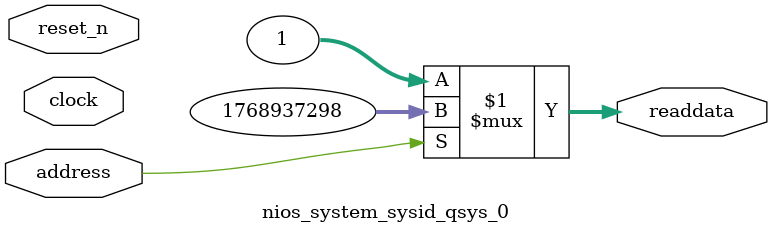
<source format=v>



// synthesis translate_off
`timescale 1ns / 1ps
// synthesis translate_on

// turn off superfluous verilog processor warnings 
// altera message_level Level1 
// altera message_off 10034 10035 10036 10037 10230 10240 10030 

module nios_system_sysid_qsys_0 (
               // inputs:
                address,
                clock,
                reset_n,

               // outputs:
                readdata
             )
;

  output  [ 31: 0] readdata;
  input            address;
  input            clock;
  input            reset_n;

  wire    [ 31: 0] readdata;
  //control_slave, which is an e_avalon_slave
  assign readdata = address ? 1768937298 : 1;

endmodule



</source>
